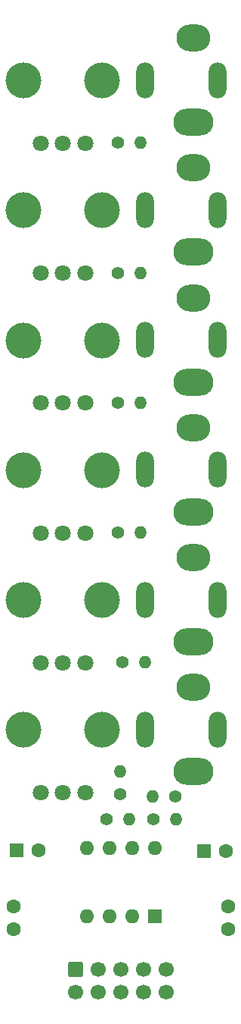
<source format=gts>
%TF.GenerationSoftware,KiCad,Pcbnew,(6.0.1)*%
%TF.CreationDate,2022-10-13T10:35:51-04:00*%
%TF.ProjectId,SYNTH-MIXER5-01,53594e54-482d-44d4-9958-4552352d3031,1*%
%TF.SameCoordinates,Original*%
%TF.FileFunction,Soldermask,Top*%
%TF.FilePolarity,Negative*%
%FSLAX46Y46*%
G04 Gerber Fmt 4.6, Leading zero omitted, Abs format (unit mm)*
G04 Created by KiCad (PCBNEW (6.0.1)) date 2022-10-13 10:35:51*
%MOMM*%
%LPD*%
G01*
G04 APERTURE LIST*
G04 Aperture macros list*
%AMRoundRect*
0 Rectangle with rounded corners*
0 $1 Rounding radius*
0 $2 $3 $4 $5 $6 $7 $8 $9 X,Y pos of 4 corners*
0 Add a 4 corners polygon primitive as box body*
4,1,4,$2,$3,$4,$5,$6,$7,$8,$9,$2,$3,0*
0 Add four circle primitives for the rounded corners*
1,1,$1+$1,$2,$3*
1,1,$1+$1,$4,$5*
1,1,$1+$1,$6,$7*
1,1,$1+$1,$8,$9*
0 Add four rect primitives between the rounded corners*
20,1,$1+$1,$2,$3,$4,$5,0*
20,1,$1+$1,$4,$5,$6,$7,0*
20,1,$1+$1,$6,$7,$8,$9,0*
20,1,$1+$1,$8,$9,$2,$3,0*%
G04 Aperture macros list end*
%ADD10C,4.000000*%
%ADD11C,1.800000*%
%ADD12C,1.400000*%
%ADD13O,1.400000X1.400000*%
%ADD14O,4.500000X3.000000*%
%ADD15O,3.800000X3.000000*%
%ADD16O,2.000000X4.000000*%
%ADD17RoundRect,0.250000X-0.600000X0.600000X-0.600000X-0.600000X0.600000X-0.600000X0.600000X0.600000X0*%
%ADD18C,1.700000*%
%ADD19R,1.600000X1.600000*%
%ADD20C,1.600000*%
%ADD21O,1.600000X1.600000*%
G04 APERTURE END LIST*
D10*
%TO.C,RV5*%
X13000000Y-58550000D03*
X4200000Y-58550000D03*
D11*
X11100000Y-65550000D03*
X8600000Y-65550000D03*
X6100000Y-65550000D03*
%TD*%
D12*
%TO.C,R4*%
X14780000Y-65500000D03*
D13*
X17320000Y-65500000D03*
%TD*%
D10*
%TO.C,RV1*%
X13000000Y-87550000D03*
X4200000Y-87550000D03*
D11*
X11100000Y-94550000D03*
X8600000Y-94550000D03*
X6100000Y-94550000D03*
%TD*%
D10*
%TO.C,RV3*%
X4200000Y-29550000D03*
X13000000Y-29550000D03*
D11*
X11100000Y-36550000D03*
X8600000Y-36550000D03*
X6100000Y-36550000D03*
%TD*%
D10*
%TO.C,RV6*%
X4200000Y-73050000D03*
X13000000Y-73050000D03*
D11*
X11100000Y-80050000D03*
X8600000Y-80050000D03*
X6100000Y-80050000D03*
%TD*%
D14*
%TO.C,J5*%
X23200000Y-63200000D03*
D15*
X23200000Y-53800000D03*
D16*
X17800000Y-58500000D03*
X25900000Y-58500000D03*
%TD*%
D14*
%TO.C,J6*%
X23200000Y-77700000D03*
D15*
X23200000Y-68300000D03*
D16*
X17800000Y-73000000D03*
X25900000Y-73000000D03*
%TD*%
D13*
%TO.C,R10*%
X15000000Y-92180000D03*
D12*
X15000000Y-94720000D03*
%TD*%
D14*
%TO.C,J2*%
X23200000Y-19700000D03*
D15*
X23200000Y-10300000D03*
D16*
X17800000Y-15000000D03*
X25900000Y-15000000D03*
%TD*%
%TO.C,J1*%
X25900000Y-87500000D03*
X17800000Y-87500000D03*
D14*
X23200000Y-92200000D03*
D15*
X23200000Y-82800000D03*
%TD*%
D12*
%TO.C,R3*%
X14780000Y-51000000D03*
D13*
X17320000Y-51000000D03*
%TD*%
%TO.C,R9*%
X16052000Y-97536000D03*
D12*
X13512000Y-97536000D03*
%TD*%
D14*
%TO.C,J4*%
X23200000Y-48700000D03*
D15*
X23200000Y-39300000D03*
D16*
X17800000Y-44000000D03*
X25900000Y-44000000D03*
%TD*%
D10*
%TO.C,RV2*%
X13000000Y-15050000D03*
X4200000Y-15050000D03*
D11*
X11100000Y-22050000D03*
X8600000Y-22050000D03*
X6100000Y-22050000D03*
%TD*%
D12*
%TO.C,R1*%
X14780000Y-22000000D03*
D13*
X17320000Y-22000000D03*
%TD*%
D10*
%TO.C,RV4*%
X13000000Y-44050000D03*
X4200000Y-44050000D03*
D11*
X11100000Y-51050000D03*
X8600000Y-51050000D03*
X6100000Y-51050000D03*
%TD*%
D12*
%TO.C,R2*%
X14780000Y-36500000D03*
D13*
X17320000Y-36500000D03*
%TD*%
D15*
%TO.C,J3*%
X23200000Y-24800000D03*
D14*
X23200000Y-34200000D03*
D16*
X17800000Y-29500000D03*
X25900000Y-29500000D03*
%TD*%
D17*
%TO.C,J8*%
X10020000Y-114247500D03*
D18*
X10020000Y-116787500D03*
X12560000Y-114247500D03*
X12560000Y-116787500D03*
X15100000Y-114247500D03*
X15100000Y-116787500D03*
X17640000Y-114247500D03*
X17640000Y-116787500D03*
X20180000Y-114247500D03*
X20180000Y-116787500D03*
%TD*%
D19*
%TO.C,C3*%
X24384000Y-101092000D03*
D20*
X26884000Y-101092000D03*
%TD*%
D19*
%TO.C,U1*%
X18900000Y-108300000D03*
D21*
X16360000Y-108300000D03*
X13820000Y-108300000D03*
X11280000Y-108300000D03*
X11280000Y-100680000D03*
X13820000Y-100680000D03*
X16360000Y-100680000D03*
X18900000Y-100680000D03*
%TD*%
D13*
%TO.C,R7*%
X21320000Y-97500000D03*
D12*
X18780000Y-97500000D03*
%TD*%
D20*
%TO.C,C1*%
X27100000Y-107250000D03*
X27100000Y-109750000D03*
%TD*%
D12*
%TO.C,R5*%
X15280000Y-80000000D03*
D13*
X17820000Y-80000000D03*
%TD*%
D20*
%TO.C,C2*%
X3100000Y-107250000D03*
X3100000Y-109750000D03*
%TD*%
D12*
%TO.C,R8*%
X21220000Y-95000000D03*
D13*
X18680000Y-95000000D03*
%TD*%
D19*
%TO.C,C4*%
X3394888Y-101000000D03*
D20*
X5894888Y-101000000D03*
%TD*%
M02*

</source>
